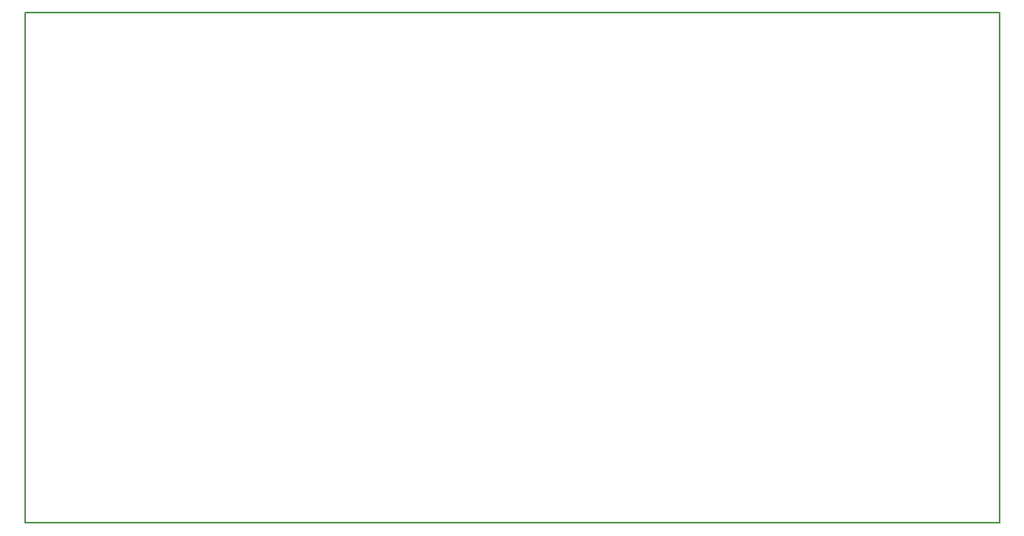
<source format=gko>
%FSLAX23Y23*%
%MOIN*%
G04 EasyPC Gerber Version 18.0.6 Build 3620 *
%ADD14C,0.00500*%
X0Y0D02*
D02*
D14*
X3Y3D02*
X4136D01*
Y2168*
X3*
Y3*
X0Y0D02*
M02*

</source>
